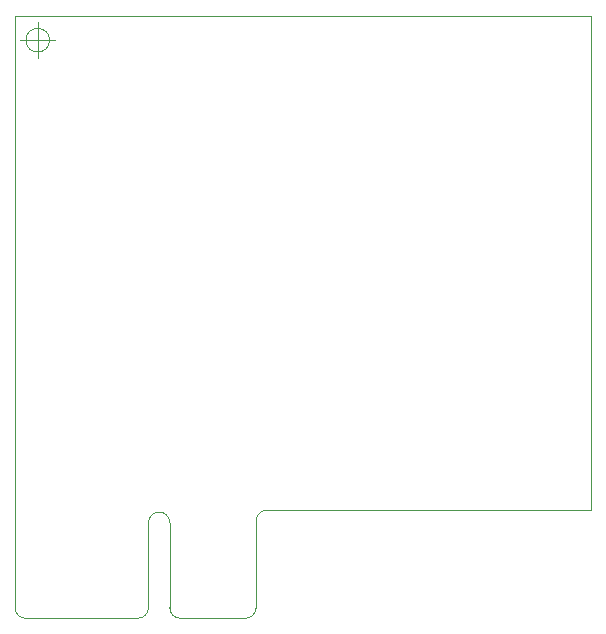
<source format=gko>
%FSLAX34Y34*%
G04 Gerber Fmt 3.4, Leading zero omitted, Abs format*
G04 (created by PCBNEW (2014-01-02 BZR 4600)-product) date Mon 03 Feb 2014 08:03:22 PM PST*
%MOIN*%
G01*
G70*
G90*
G04 APERTURE LIST*
%ADD10C,0.005906*%
%ADD11C,0.003937*%
G04 APERTURE END LIST*
G54D10*
G54D11*
X1151Y-807D02*
G75*
G03X1151Y-807I-393J0D01*
G74*
G01*
X167Y-807D02*
X1348Y-807D01*
X757Y-216D02*
X757Y-1397D01*
X19212Y0D02*
X19212Y-196D01*
X10078Y0D02*
X19212Y0D01*
X0Y-196D02*
X0Y0D01*
X19212Y-16476D02*
X19212Y-15167D01*
X8395Y-16476D02*
X19212Y-16476D01*
X19212Y-12490D02*
X19212Y-15167D01*
X19212Y-196D02*
X19212Y-12490D01*
X0Y0D02*
X10078Y0D01*
X0Y-8937D02*
X0Y-196D01*
X0Y-19724D02*
X0Y-8937D01*
X4094Y-20078D02*
X354Y-20078D01*
X4448Y-19724D02*
X4448Y-16889D01*
X5157Y-16889D02*
X5157Y-19724D01*
X4803Y-16535D02*
G75*
G03X4448Y-16889I0J-354D01*
G74*
G01*
X5157Y-16889D02*
G75*
G03X4803Y-16535I-354J0D01*
G74*
G01*
X7677Y-20078D02*
X5511Y-20078D01*
X8031Y-16840D02*
X8031Y-19724D01*
X8395Y-16476D02*
G75*
G03X8031Y-16840I0J-364D01*
G74*
G01*
X7677Y-20078D02*
G75*
G03X8031Y-19724I0J354D01*
G74*
G01*
X5157Y-19724D02*
G75*
G03X5511Y-20078I354J0D01*
G74*
G01*
X4094Y-20078D02*
G75*
G03X4448Y-19724I0J354D01*
G74*
G01*
X0Y-19724D02*
G75*
G03X354Y-20078I354J0D01*
G74*
G01*
M02*

</source>
